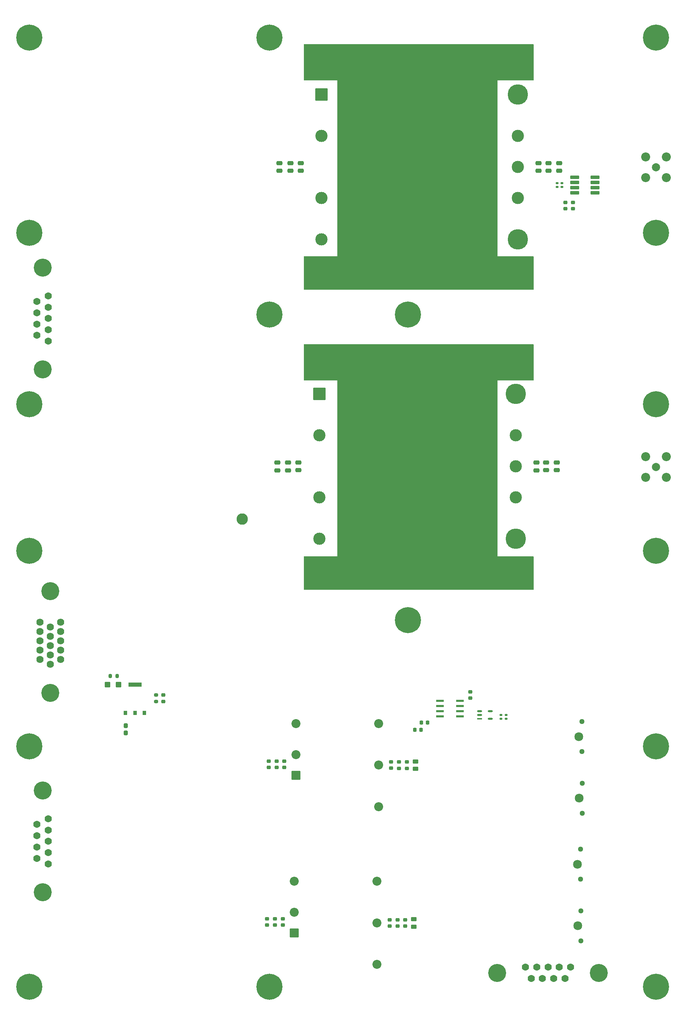
<source format=gbr>
%TF.GenerationSoftware,KiCad,Pcbnew,9.0.3*%
%TF.CreationDate,2025-09-16T12:32:26-04:00*%
%TF.ProjectId,CAEN_NEVIS_DAQ_PM5V,4341454e-5f4e-4455-9649-535f4441515f,rev?*%
%TF.SameCoordinates,Original*%
%TF.FileFunction,Soldermask,Bot*%
%TF.FilePolarity,Negative*%
%FSLAX46Y46*%
G04 Gerber Fmt 4.6, Leading zero omitted, Abs format (unit mm)*
G04 Created by KiCad (PCBNEW 9.0.3) date 2025-09-16 12:32:26*
%MOMM*%
%LPD*%
G01*
G04 APERTURE LIST*
G04 Aperture macros list*
%AMRoundRect*
0 Rectangle with rounded corners*
0 $1 Rounding radius*
0 $2 $3 $4 $5 $6 $7 $8 $9 X,Y pos of 4 corners*
0 Add a 4 corners polygon primitive as box body*
4,1,4,$2,$3,$4,$5,$6,$7,$8,$9,$2,$3,0*
0 Add four circle primitives for the rounded corners*
1,1,$1+$1,$2,$3*
1,1,$1+$1,$4,$5*
1,1,$1+$1,$6,$7*
1,1,$1+$1,$8,$9*
0 Add four rect primitives between the rounded corners*
20,1,$1+$1,$2,$3,$4,$5,0*
20,1,$1+$1,$4,$5,$6,$7,0*
20,1,$1+$1,$6,$7,$8,$9,0*
20,1,$1+$1,$8,$9,$2,$3,0*%
G04 Aperture macros list end*
%ADD10C,6.400000*%
%ADD11C,1.295400*%
%ADD12C,2.159000*%
%ADD13C,3.500000*%
%ADD14RoundRect,0.102000X-1.400000X-1.400000X1.400000X-1.400000X1.400000X1.400000X-1.400000X1.400000X0*%
%ADD15C,3.004000*%
%ADD16C,5.004000*%
%ADD17C,1.779000*%
%ADD18C,4.420000*%
%ADD19C,2.800000*%
%ADD20C,2.006600*%
%ADD21C,2.209800*%
%ADD22RoundRect,0.102000X1.000000X-1.000000X1.000000X1.000000X-1.000000X1.000000X-1.000000X-1.000000X0*%
%ADD23C,2.204000*%
%ADD24C,1.764000*%
%ADD25RoundRect,0.250000X-0.475000X0.250000X-0.475000X-0.250000X0.475000X-0.250000X0.475000X0.250000X0*%
%ADD26RoundRect,0.225000X0.250000X-0.225000X0.250000X0.225000X-0.250000X0.225000X-0.250000X-0.225000X0*%
%ADD27RoundRect,0.200000X0.275000X-0.200000X0.275000X0.200000X-0.275000X0.200000X-0.275000X-0.200000X0*%
%ADD28RoundRect,0.250000X0.450000X-0.262500X0.450000X0.262500X-0.450000X0.262500X-0.450000X-0.262500X0*%
%ADD29RoundRect,0.140000X0.170000X-0.140000X0.170000X0.140000X-0.170000X0.140000X-0.170000X-0.140000X0*%
%ADD30RoundRect,0.225000X-0.250000X0.225000X-0.250000X-0.225000X0.250000X-0.225000X0.250000X0.225000X0*%
%ADD31RoundRect,0.225000X-0.225000X-0.250000X0.225000X-0.250000X0.225000X0.250000X-0.225000X0.250000X0*%
%ADD32RoundRect,0.250000X-0.275000X0.312500X-0.275000X-0.312500X0.275000X-0.312500X0.275000X0.312500X0*%
%ADD33R,1.219200X0.457200*%
%ADD34O,1.219200X0.457200*%
%ADD35RoundRect,0.200000X0.200000X0.275000X-0.200000X0.275000X-0.200000X-0.275000X0.200000X-0.275000X0*%
%ADD36R,1.981200X0.558800*%
%ADD37RoundRect,0.100500X0.986500X0.301500X-0.986500X0.301500X-0.986500X-0.301500X0.986500X-0.301500X0*%
%ADD38RoundRect,0.250000X0.450000X0.425000X-0.450000X0.425000X-0.450000X-0.425000X0.450000X-0.425000X0*%
%ADD39R,0.889000X1.016000*%
%ADD40R,3.200000X1.000000*%
G04 APERTURE END LIST*
D10*
%TO.C,H13*%
X184000000Y-262000000D03*
%TD*%
%TO.C,H6*%
X125000000Y-203000000D03*
%TD*%
%TO.C,H14*%
X279000000Y-119000000D03*
%TD*%
%TO.C,H4*%
X125000000Y-119000000D03*
%TD*%
D11*
%TO.C,P4*%
X260800000Y-204290000D03*
X260800000Y-196970000D03*
D12*
X260040000Y-200620000D03*
%TD*%
D13*
%TO.C,U4*%
X196235000Y-108920000D03*
X196235000Y-159720000D03*
X244485000Y-108920000D03*
X244485000Y-159720000D03*
D14*
X196235000Y-116540000D03*
D15*
X196235000Y-126700000D03*
X196235000Y-141940000D03*
X196235000Y-152100000D03*
D16*
X244485000Y-152100000D03*
D15*
X244485000Y-141940000D03*
X244485000Y-134320000D03*
X244485000Y-126700000D03*
D16*
X244485000Y-116540000D03*
%TD*%
D11*
%TO.C,P2*%
X260520000Y-250740000D03*
X260520000Y-243420000D03*
D12*
X259760000Y-247070000D03*
%TD*%
D17*
%TO.C,J1*%
X132710000Y-181730000D03*
X132710000Y-179440000D03*
X132710000Y-177150000D03*
X132710000Y-174860000D03*
X132710000Y-172570000D03*
X130170000Y-182875000D03*
X130170000Y-180585000D03*
X130170000Y-178295000D03*
X130170000Y-176005000D03*
X130170000Y-173715000D03*
X127630000Y-181730000D03*
X127630000Y-179440000D03*
X127630000Y-177150000D03*
X127630000Y-174860000D03*
X127630000Y-172570000D03*
D18*
X130170000Y-164909000D03*
X130170000Y-189899000D03*
%TD*%
D19*
%TO.C,V_{EN}1*%
X177270000Y-147230000D03*
%TD*%
D10*
%TO.C,H17*%
X218000000Y-172000000D03*
%TD*%
D20*
%TO.C,J4*%
X278970000Y-134410000D03*
D21*
X281510000Y-131870000D03*
X276430000Y-131870000D03*
X276430000Y-136950000D03*
X281510000Y-136950000D03*
%TD*%
D13*
%TO.C,U3*%
X196795000Y-35397500D03*
X196795000Y-86197500D03*
X245045000Y-35397500D03*
X245045000Y-86197500D03*
D14*
X196795000Y-43017500D03*
D15*
X196795000Y-53177500D03*
X196795000Y-68417500D03*
X196795000Y-78577500D03*
D16*
X245045000Y-78577500D03*
D15*
X245045000Y-68417500D03*
X245045000Y-60797500D03*
X245045000Y-53177500D03*
D16*
X245045000Y-43017500D03*
%TD*%
D10*
%TO.C,H11*%
X279000000Y-203000000D03*
%TD*%
D22*
%TO.C,U6*%
X190093750Y-248860000D03*
D23*
X190093750Y-243760000D03*
X210393750Y-256560000D03*
X210393750Y-246360000D03*
X210393750Y-236160000D03*
X190093750Y-236160000D03*
%TD*%
D10*
%TO.C,H3*%
X125000000Y-77000000D03*
%TD*%
%TO.C,H5*%
X125000000Y-155000000D03*
%TD*%
%TO.C,H1*%
X125000000Y-29000000D03*
%TD*%
%TO.C,H16*%
X218000000Y-97000000D03*
%TD*%
%TO.C,H8*%
X279000000Y-262000000D03*
%TD*%
D22*
%TO.C,U5*%
X190492500Y-210130000D03*
D23*
X190492500Y-205030000D03*
X210792500Y-217830000D03*
X210792500Y-207630000D03*
X210792500Y-197430000D03*
X190492500Y-197430000D03*
%TD*%
D10*
%TO.C,H15*%
X184000000Y-29000000D03*
%TD*%
%TO.C,H7*%
X125000000Y-262000000D03*
%TD*%
%TO.C,H10*%
X184000000Y-97000000D03*
%TD*%
%TO.C,H12*%
X279000000Y-77000000D03*
%TD*%
D24*
%TO.C,J6*%
X246915000Y-257210000D03*
X249685000Y-257210000D03*
X252455000Y-257210000D03*
X255225000Y-257210000D03*
X257995000Y-257210000D03*
X248300000Y-260050000D03*
X251070000Y-260050000D03*
X253840000Y-260050000D03*
X256610000Y-260050000D03*
D18*
X239955000Y-258630000D03*
X264955000Y-258630000D03*
%TD*%
D11*
%TO.C,P1*%
X260440000Y-235620000D03*
X260440000Y-228300000D03*
D12*
X259680000Y-231950000D03*
%TD*%
D20*
%TO.C,J5*%
X278970000Y-60900000D03*
D21*
X281510000Y-58360000D03*
X276430000Y-58360000D03*
X276430000Y-63440000D03*
X281510000Y-63440000D03*
%TD*%
D24*
%TO.C,J2*%
X129660000Y-92440000D03*
X129660000Y-95210000D03*
X129660000Y-97980000D03*
X129660000Y-100750000D03*
X129660000Y-103520000D03*
X126820000Y-93825000D03*
X126820000Y-96595000D03*
X126820000Y-99365000D03*
X126820000Y-102135000D03*
D18*
X128240000Y-85480000D03*
X128240000Y-110480000D03*
%TD*%
D10*
%TO.C,H9*%
X279000000Y-155000000D03*
%TD*%
D24*
%TO.C,J3*%
X129660000Y-220810000D03*
X129660000Y-223580000D03*
X129660000Y-226350000D03*
X129660000Y-229120000D03*
X129660000Y-231890000D03*
X126820000Y-222195000D03*
X126820000Y-224965000D03*
X126820000Y-227735000D03*
X126820000Y-230505000D03*
D18*
X128240000Y-213850000D03*
X128240000Y-238850000D03*
%TD*%
D11*
%TO.C,P3*%
X260860000Y-219440000D03*
X260860000Y-212120000D03*
D12*
X260100000Y-215770000D03*
%TD*%
D10*
%TO.C,H2*%
X279000000Y-29000000D03*
%TD*%
D25*
%TO.C,C20*%
X185905000Y-133360000D03*
X185905000Y-135260000D03*
%TD*%
D26*
%TO.C,C32*%
X185755000Y-208195000D03*
X185755000Y-206645000D03*
%TD*%
%TO.C,C33*%
X187655000Y-208195000D03*
X187655000Y-206645000D03*
%TD*%
D27*
%TO.C,R5*%
X156110000Y-192055000D03*
X156110000Y-190405000D03*
%TD*%
D26*
%TO.C,C35*%
X215845000Y-208410000D03*
X215845000Y-206860000D03*
%TD*%
D28*
%TO.C,R13*%
X219496250Y-247292499D03*
X219496250Y-245467499D03*
%TD*%
D25*
%TO.C,C22*%
X191135000Y-133340000D03*
X191135000Y-135240000D03*
%TD*%
D29*
%TO.C,C49*%
X255880000Y-65740000D03*
X255880000Y-64780000D03*
%TD*%
D26*
%TO.C,C34*%
X213915000Y-208405000D03*
X213915000Y-206855000D03*
%TD*%
D30*
%TO.C,C53*%
X258540000Y-69495000D03*
X258540000Y-71045000D03*
%TD*%
D25*
%TO.C,C25*%
X254615000Y-133350000D03*
X254615000Y-135250000D03*
%TD*%
%TO.C,C21*%
X188555000Y-133360000D03*
X188555000Y-135260000D03*
%TD*%
%TO.C,C15*%
X255175000Y-59827500D03*
X255175000Y-61727500D03*
%TD*%
D26*
%TO.C,C41*%
X185356250Y-246925001D03*
X185356250Y-245375001D03*
%TD*%
%TO.C,C40*%
X183436250Y-246925001D03*
X183436250Y-245375001D03*
%TD*%
D31*
%TO.C,C64*%
X219715000Y-198980000D03*
X221265000Y-198980000D03*
%TD*%
D25*
%TO.C,C24*%
X251995000Y-133350000D03*
X251995000Y-135250000D03*
%TD*%
D32*
%TO.C,C1*%
X148660000Y-197962500D03*
X148660000Y-199737500D03*
%TD*%
D28*
%TO.C,R12*%
X219895000Y-208562500D03*
X219895000Y-206737500D03*
%TD*%
D33*
%TO.C,U11*%
X235670000Y-196260001D03*
D34*
X235670000Y-195310000D03*
X235670000Y-194359999D03*
X238290000Y-194359999D03*
X238290000Y-196260001D03*
%TD*%
D25*
%TO.C,C11*%
X189115000Y-59837500D03*
X189115000Y-61737500D03*
%TD*%
D29*
%TO.C,C50*%
X254680000Y-65740000D03*
X254680000Y-64780000D03*
%TD*%
%TO.C,C58*%
X240860000Y-196270000D03*
X240860000Y-195310000D03*
%TD*%
D30*
%TO.C,R21*%
X256690000Y-69485000D03*
X256690000Y-71035000D03*
%TD*%
D35*
%TO.C,R6*%
X146535000Y-185780000D03*
X144885000Y-185780000D03*
%TD*%
D26*
%TO.C,C2*%
X157950000Y-192005000D03*
X157950000Y-190455000D03*
%TD*%
%TO.C,C43*%
X213516250Y-247135000D03*
X213516250Y-245585000D03*
%TD*%
%TO.C,C45*%
X217376250Y-247144999D03*
X217376250Y-245594999D03*
%TD*%
%TO.C,R25*%
X233330000Y-191185000D03*
X233330000Y-189635000D03*
%TD*%
%TO.C,C36*%
X217775000Y-208415000D03*
X217775000Y-206865000D03*
%TD*%
D36*
%TO.C,U10*%
X230823800Y-191815000D03*
X230823800Y-193085000D03*
X230823800Y-194355000D03*
X230823800Y-195625000D03*
X225896200Y-195625000D03*
X225896200Y-194355000D03*
X225896200Y-193085000D03*
X225896200Y-191815000D03*
%TD*%
D37*
%TO.C,U8*%
X263980000Y-63365000D03*
X263980000Y-64635000D03*
X263980000Y-65905000D03*
X263980000Y-67175000D03*
X259040000Y-67175000D03*
X259040000Y-65905000D03*
X259040000Y-64635000D03*
X259040000Y-63365000D03*
%TD*%
D29*
%TO.C,C57*%
X242120000Y-196290000D03*
X242120000Y-195330000D03*
%TD*%
D25*
%TO.C,C14*%
X252555000Y-59827500D03*
X252555000Y-61727500D03*
%TD*%
D38*
%TO.C,C3*%
X146917500Y-187840000D03*
X144217500Y-187840000D03*
%TD*%
D25*
%TO.C,C12*%
X191695000Y-59817500D03*
X191695000Y-61717500D03*
%TD*%
D31*
%TO.C,R37*%
X221285000Y-197160000D03*
X222835000Y-197160000D03*
%TD*%
D26*
%TO.C,C44*%
X215446250Y-247139999D03*
X215446250Y-245589999D03*
%TD*%
D25*
%TO.C,C23*%
X249565000Y-133380000D03*
X249565000Y-135280000D03*
%TD*%
%TO.C,C10*%
X186465000Y-59837500D03*
X186465000Y-61737500D03*
%TD*%
%TO.C,C13*%
X250125000Y-59857500D03*
X250125000Y-61757500D03*
%TD*%
D39*
%TO.C,U1*%
X153259900Y-194832500D03*
X150948500Y-194832500D03*
X148637100Y-194832500D03*
D40*
X150948500Y-187840000D03*
%TD*%
D26*
%TO.C,C31*%
X183835000Y-208195000D03*
X183835000Y-206645000D03*
%TD*%
%TO.C,C42*%
X187256250Y-246925001D03*
X187256250Y-245375001D03*
%TD*%
G36*
X248883039Y-104299685D02*
G01*
X248928794Y-104352489D01*
X248940000Y-104404000D01*
X248940000Y-113046000D01*
X248920315Y-113113039D01*
X248867511Y-113158794D01*
X248816000Y-113170000D01*
X240050000Y-113170000D01*
X240050000Y-156350000D01*
X248816000Y-156350000D01*
X248883039Y-156369685D01*
X248928794Y-156422489D01*
X248940000Y-156474000D01*
X248940000Y-164481000D01*
X248920315Y-164548039D01*
X248867511Y-164593794D01*
X248816000Y-164605000D01*
X192549000Y-164605000D01*
X192481961Y-164585315D01*
X192436206Y-164532511D01*
X192425000Y-164481000D01*
X192425000Y-156474000D01*
X192444685Y-156406961D01*
X192497489Y-156361206D01*
X192549000Y-156350000D01*
X200680000Y-156350000D01*
X200680000Y-113170000D01*
X192549000Y-113170000D01*
X192481961Y-113150315D01*
X192436206Y-113097511D01*
X192425000Y-113046000D01*
X192425000Y-104404000D01*
X192444685Y-104336961D01*
X192497489Y-104291206D01*
X192549000Y-104280000D01*
X248816000Y-104280000D01*
X248883039Y-104299685D01*
G37*
G36*
X248883039Y-30639685D02*
G01*
X248928794Y-30692489D01*
X248940000Y-30744000D01*
X248940000Y-39386000D01*
X248920315Y-39453039D01*
X248867511Y-39498794D01*
X248816000Y-39510000D01*
X240050000Y-39510000D01*
X240050000Y-82690000D01*
X248816000Y-82690000D01*
X248883039Y-82709685D01*
X248928794Y-82762489D01*
X248940000Y-82814000D01*
X248940000Y-90821000D01*
X248920315Y-90888039D01*
X248867511Y-90933794D01*
X248816000Y-90945000D01*
X192549000Y-90945000D01*
X192481961Y-90925315D01*
X192436206Y-90872511D01*
X192425000Y-90821000D01*
X192425000Y-82814000D01*
X192444685Y-82746961D01*
X192497489Y-82701206D01*
X192549000Y-82690000D01*
X200680000Y-82690000D01*
X200680000Y-39510000D01*
X192549000Y-39510000D01*
X192481961Y-39490315D01*
X192436206Y-39437511D01*
X192425000Y-39386000D01*
X192425000Y-30744000D01*
X192444685Y-30676961D01*
X192497489Y-30631206D01*
X192549000Y-30620000D01*
X248816000Y-30620000D01*
X248883039Y-30639685D01*
G37*
M02*

</source>
